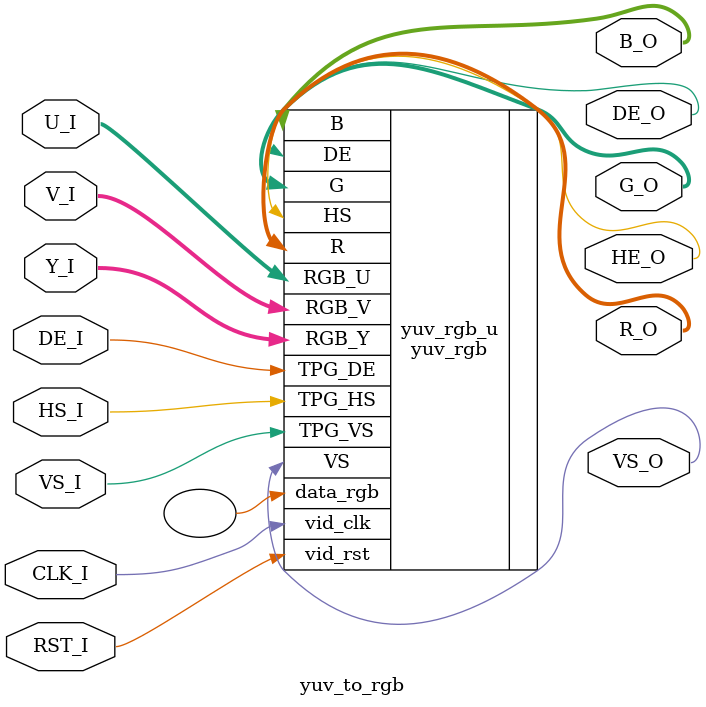
<source format=v>
`timescale 1ns / 1ps
`define DELAY_OUTGEN(clk,rst,data_in,data_out,DATA_WIDTH,DLY)                                           generate if(DLY==0)begin  assign data_out = data_in; end  else if(DLY==1)begin  reg [DATA_WIDTH-1:0] a_temp = 0; always@(posedge clk) a_temp <= data_in; assign data_out = a_temp ; end  else begin  reg [DATA_WIDTH-1:0] a_temp [DLY-1:0] ;always@(posedge clk) begin  if(rst)a_temp[DLY-1] <= 0; else   a_temp[DLY-1] <= data_in; end  for(i=0;i<=DLY-2;i=i+1)begin  always@(posedge clk)begin  if(rst)begin  a_temp[i] <= 0; end  else begin  a_temp[i] <= a_temp[i+1]; end  end  end  assign data_out = a_temp[0]; end  endgenerate




module yuv_to_rgb(
input                          CLK_I ,
input                          RST_I ,
input                          HS_I  ,
input                          VS_I  ,
input                          DE_I  ,
input  [C_BPC*C_PORT_NUM-1:0]  Y_I   ,
input  [C_BPC*C_PORT_NUM-1:0]  U_I   ,
input  [C_BPC*C_PORT_NUM-1:0]  V_I   ,
output                         HE_O  ,
output                         VS_O  ,
output                         DE_O  ,
output [C_BPC*C_PORT_NUM-1:0]  R_O   ,
output [C_BPC*C_PORT_NUM-1:0]  G_O   ,
output [C_BPC*C_PORT_NUM-1:0]  B_O   


 );
   
parameter C_BPC      = 8;
parameter C_PORT_NUM = 4;
parameter C_DLY      = 3;//must >=3



yuv_rgb  yuv_rgb_u( //stage 2
	.vid_clk  (CLK_I  ),
	.vid_rst  (RST_I  ),
	.RGB_Y    (Y_I ), //[31:0]
	.RGB_U    (U_I ), 
	.RGB_V    (V_I ),
	.TPG_HS   (HS_I),
	.TPG_VS   (VS_I),
	.TPG_DE   (DE_I),
    
	.HS       (HE_O ),
	.VS       (VS_O ),
	.DE       (DE_O ),
	.R        (R_O), //[31:0]
	.G        (G_O),
	.B        (B_O),         
	.data_rgb () //[95:0]
);

/*

genvar i;  


wire  [C_BPC*C_PORT_NUM-1:0]  R_O_s3   ;
wire  [C_BPC*C_PORT_NUM-1:0]  G_O_s3   ;
wire  [C_BPC*C_PORT_NUM-1:0]  B_O_s3   ;



generate for(i=0;i<=(C_PORT_NUM-1);i=i+1)begin
yuv2rgb  //delay = 3
    #(.C_BPC ( C_BPC ) )// for timing closure
    yuv2rgb_core(
    .CLK_I  (CLK_I ),  
    .RST_I  (RST_I ),
    .Y_I    (Y_I[i*C_BPC+:C_BPC] ),  //[C_BPC-1:0]  
    .U_I    (U_I[i*C_BPC+:C_BPC]   ),  //[C_BPC-1:0]  
    .V_I    (V_I[i*C_BPC+:C_BPC]   ),  //[C_BPC-1:0]  
    .R_O    (R_O_s3[i*C_BPC+:C_BPC]   ),  //[C_BPC-1:0]  
    .G_O    (G_O_s3[i*C_BPC+:C_BPC]   ),  //[C_BPC-1:0]  
    .B_O    (B_O_s3[i*C_BPC+:C_BPC]  )   //[C_BPC-1:0]  
    );
end
endgenerate


`DELAY_OUTGEN(CLK_I,RST_I,HS_I,HE_O,1,C_DLY)
`DELAY_OUTGEN(CLK_I,RST_I,VS_I,VS_O,1,C_DLY)
`DELAY_OUTGEN(CLK_I,RST_I,DE_I,DE_O,1,C_DLY)

`DELAY_OUTGEN(CLK_I,RST_I,R_O_s3,R_O,(C_BPC*C_PORT_NUM),C_DLY-3)
`DELAY_OUTGEN(CLK_I,RST_I,G_O_s3,G_O,(C_BPC*C_PORT_NUM),C_DLY-3)
`DELAY_OUTGEN(CLK_I,RST_I,B_O_s3,B_O,(C_BPC*C_PORT_NUM),C_DLY-3)
*/

    
    
    
endmodule

</source>
